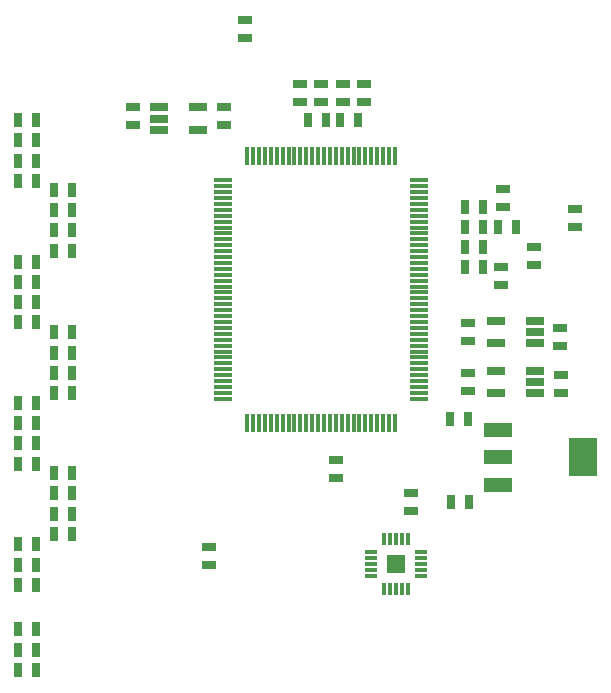
<source format=gbr>
G04 #@! TF.FileFunction,Paste,Top*
%FSLAX46Y46*%
G04 Gerber Fmt 4.6, Leading zero omitted, Abs format (unit mm)*
G04 Created by KiCad (PCBNEW 4.0.6+dfsg1-1) date Fri Sep 29 01:28:00 2017*
%MOMM*%
%LPD*%
G01*
G04 APERTURE LIST*
%ADD10C,0.100000*%
%ADD11R,1.143000X0.635000*%
%ADD12R,0.635000X1.143000*%
%ADD13R,2.400000X1.200000*%
%ADD14R,2.400000X3.300000*%
%ADD15R,1.560000X0.650000*%
%ADD16R,0.300000X1.000000*%
%ADD17R,1.000000X0.300000*%
%ADD18R,1.500000X1.500000*%
%ADD19R,0.300000X1.600000*%
%ADD20R,1.600000X0.300000*%
G04 APERTURE END LIST*
D10*
D11*
X72120000Y-64752000D03*
X72120000Y-63228000D03*
X72090000Y-60732000D03*
X72090000Y-59208000D03*
X35930000Y-40568000D03*
X35930000Y-42092000D03*
D12*
X64312000Y-66960000D03*
X62788000Y-66960000D03*
X64382000Y-73990000D03*
X62858000Y-73990000D03*
D11*
X64290000Y-64542000D03*
X64290000Y-63018000D03*
X64300000Y-60352000D03*
X64300000Y-58828000D03*
X43640000Y-40548000D03*
X43640000Y-42072000D03*
D12*
X64048000Y-54110000D03*
X65572000Y-54110000D03*
X68322000Y-50690000D03*
X66798000Y-50690000D03*
X65572000Y-52400000D03*
X64048000Y-52400000D03*
X65572000Y-48980000D03*
X64048000Y-48980000D03*
D11*
X50080000Y-38588000D03*
X50080000Y-40112000D03*
X55440000Y-38598000D03*
X55440000Y-40122000D03*
D12*
X65572000Y-50690000D03*
X64048000Y-50690000D03*
X26198000Y-79290000D03*
X27722000Y-79290000D03*
X26198000Y-88180000D03*
X27722000Y-88180000D03*
X26198000Y-77570000D03*
X27722000Y-77570000D03*
X26198000Y-86470000D03*
X27722000Y-86470000D03*
X26198000Y-84760000D03*
X27722000Y-84760000D03*
X26198000Y-81000000D03*
X27722000Y-81000000D03*
D11*
X51810000Y-38588000D03*
X51810000Y-40112000D03*
D12*
X52222000Y-41640000D03*
X50698000Y-41640000D03*
D11*
X53100000Y-71952000D03*
X53100000Y-70428000D03*
D12*
X29178000Y-76690000D03*
X30702000Y-76690000D03*
X29178000Y-74970000D03*
X30702000Y-74970000D03*
D11*
X53720000Y-38598000D03*
X53720000Y-40122000D03*
D12*
X53448000Y-41640000D03*
X54972000Y-41640000D03*
X29178000Y-73250000D03*
X30702000Y-73250000D03*
X29178000Y-71540000D03*
X30702000Y-71540000D03*
X26198000Y-70730000D03*
X27722000Y-70730000D03*
X26198000Y-69020000D03*
X27722000Y-69020000D03*
X26198000Y-67310000D03*
X27722000Y-67310000D03*
X26198000Y-65600000D03*
X27722000Y-65600000D03*
X29228000Y-64750000D03*
X30752000Y-64750000D03*
X29228000Y-61330000D03*
X30752000Y-61330000D03*
X29228000Y-59620000D03*
X30752000Y-59620000D03*
X26198000Y-57050000D03*
X27722000Y-57050000D03*
X26198000Y-53630000D03*
X27722000Y-53630000D03*
X29198000Y-52700000D03*
X30722000Y-52700000D03*
X29198000Y-49280000D03*
X30722000Y-49280000D03*
X29198000Y-47570000D03*
X30722000Y-47570000D03*
X26198000Y-45080000D03*
X27722000Y-45080000D03*
X26198000Y-41660000D03*
X27722000Y-41660000D03*
X29228000Y-63040000D03*
X30752000Y-63040000D03*
X26198000Y-58760000D03*
X27722000Y-58760000D03*
X26198000Y-55340000D03*
X27722000Y-55340000D03*
X29198000Y-50990000D03*
X30722000Y-50990000D03*
X26198000Y-46790000D03*
X27722000Y-46790000D03*
X26198000Y-43370000D03*
X27722000Y-43370000D03*
D11*
X59410000Y-74722000D03*
X59410000Y-73198000D03*
X42310000Y-77778000D03*
X42310000Y-79302000D03*
X67040000Y-54098000D03*
X67040000Y-55622000D03*
X69860000Y-52398000D03*
X69860000Y-53922000D03*
X73360000Y-50682000D03*
X73360000Y-49158000D03*
X67250000Y-48972000D03*
X67250000Y-47448000D03*
D13*
X66780000Y-70210000D03*
X66780000Y-67910000D03*
X66780000Y-72510000D03*
D14*
X73980000Y-70210000D03*
D15*
X69920000Y-64770000D03*
X69920000Y-63820000D03*
X69920000Y-62870000D03*
X66620000Y-62870000D03*
X66620000Y-64770000D03*
X69920000Y-60530000D03*
X69920000Y-59580000D03*
X69920000Y-58630000D03*
X66620000Y-58630000D03*
X66620000Y-60530000D03*
X38130000Y-40560000D03*
X38130000Y-41510000D03*
X38130000Y-42460000D03*
X41430000Y-42460000D03*
X41430000Y-40560000D03*
D11*
X45370000Y-33188000D03*
X45370000Y-34712000D03*
D16*
X59190000Y-77105000D03*
X58690000Y-77105000D03*
X58190000Y-77105000D03*
X57690000Y-77105000D03*
X57190000Y-77105000D03*
D17*
X56075000Y-78220000D03*
X56075000Y-78720000D03*
X56075000Y-79220000D03*
X56075000Y-79720000D03*
X56075000Y-80220000D03*
D16*
X57190000Y-81335000D03*
X57690000Y-81335000D03*
X58190000Y-81335000D03*
X58690000Y-81335000D03*
X59190000Y-81335000D03*
D17*
X60305000Y-80220000D03*
X60305000Y-79720000D03*
X60305000Y-79220000D03*
X60305000Y-78720000D03*
X60305000Y-78220000D03*
D18*
X58190000Y-79220000D03*
D19*
X50580000Y-67290000D03*
X50080000Y-67290000D03*
X49580000Y-67290000D03*
X49080000Y-67290000D03*
X48580000Y-67290000D03*
X48080000Y-67290000D03*
X47580000Y-67290000D03*
X47080000Y-67290000D03*
X46580000Y-67290000D03*
X46080000Y-67290000D03*
X45580000Y-67290000D03*
D20*
X43530000Y-50240000D03*
X43530000Y-49740000D03*
X43530000Y-49240000D03*
X43530000Y-48740000D03*
X43530000Y-48240000D03*
X43530000Y-47740000D03*
X43530000Y-47240000D03*
X43530000Y-46740000D03*
D19*
X57080000Y-44690000D03*
X57580000Y-44690000D03*
X58080000Y-44690000D03*
D20*
X60130000Y-46740000D03*
X60130000Y-47240000D03*
X60130000Y-65240000D03*
X60130000Y-64740000D03*
X60130000Y-64240000D03*
X60130000Y-63740000D03*
X60130000Y-63240000D03*
X60130000Y-62740000D03*
X60130000Y-62240000D03*
X60130000Y-61740000D03*
X60130000Y-61240000D03*
X60130000Y-60740000D03*
X60130000Y-60240000D03*
X60130000Y-59740000D03*
X60130000Y-59240000D03*
X60130000Y-58740000D03*
X60130000Y-58240000D03*
X60130000Y-57740000D03*
X60130000Y-57240000D03*
X60130000Y-56740000D03*
X60130000Y-56240000D03*
X60130000Y-55740000D03*
X60130000Y-55240000D03*
X60130000Y-54740000D03*
X60130000Y-54240000D03*
X60130000Y-53740000D03*
X60130000Y-53240000D03*
X60130000Y-52740000D03*
X60130000Y-52240000D03*
X60130000Y-51740000D03*
X60130000Y-51240000D03*
X60130000Y-50740000D03*
X60130000Y-50240000D03*
X60130000Y-49740000D03*
X60130000Y-49240000D03*
X60130000Y-48740000D03*
X60130000Y-48240000D03*
X60130000Y-47740000D03*
D19*
X56580000Y-44690000D03*
X56080000Y-44690000D03*
X55580000Y-44690000D03*
X55080000Y-44690000D03*
X54580000Y-44690000D03*
X54080000Y-44690000D03*
X53580000Y-44690000D03*
X53080000Y-44690000D03*
X52580000Y-44690000D03*
X52080000Y-44690000D03*
X51580000Y-44690000D03*
X51080000Y-44690000D03*
X50580000Y-44690000D03*
X50080000Y-44690000D03*
X49580000Y-44690000D03*
X49080000Y-44690000D03*
X48580000Y-44690000D03*
X48080000Y-44690000D03*
X47580000Y-44690000D03*
X47080000Y-44690000D03*
X46580000Y-44690000D03*
X46080000Y-44690000D03*
X45580000Y-44690000D03*
D20*
X43530000Y-50740000D03*
X43530000Y-51240000D03*
X43530000Y-51740000D03*
X43530000Y-52240000D03*
X43530000Y-52740000D03*
X43530000Y-53240000D03*
X43530000Y-53740000D03*
X43530000Y-54240000D03*
X43530000Y-54740000D03*
X43530000Y-55240000D03*
X43530000Y-55740000D03*
X43530000Y-56240000D03*
X43530000Y-56740000D03*
X43530000Y-57240000D03*
X43530000Y-57740000D03*
X43530000Y-58240000D03*
X43530000Y-58740000D03*
X43530000Y-59240000D03*
X43530000Y-59740000D03*
X43530000Y-60240000D03*
X43530000Y-60740000D03*
X43530000Y-61240000D03*
X43530000Y-61740000D03*
X43530000Y-62240000D03*
X43530000Y-62740000D03*
X43530000Y-63240000D03*
X43530000Y-63740000D03*
X43530000Y-64240000D03*
X43530000Y-64740000D03*
X43530000Y-65240000D03*
D19*
X51080000Y-67290000D03*
X51580000Y-67290000D03*
X52080000Y-67290000D03*
X52580000Y-67290000D03*
X53080000Y-67290000D03*
X53580000Y-67290000D03*
X54080000Y-67290000D03*
X54580000Y-67290000D03*
X55080000Y-67290000D03*
X55580000Y-67290000D03*
X56080000Y-67290000D03*
X56580000Y-67290000D03*
X57080000Y-67290000D03*
X57580000Y-67290000D03*
X58080000Y-67290000D03*
M02*

</source>
